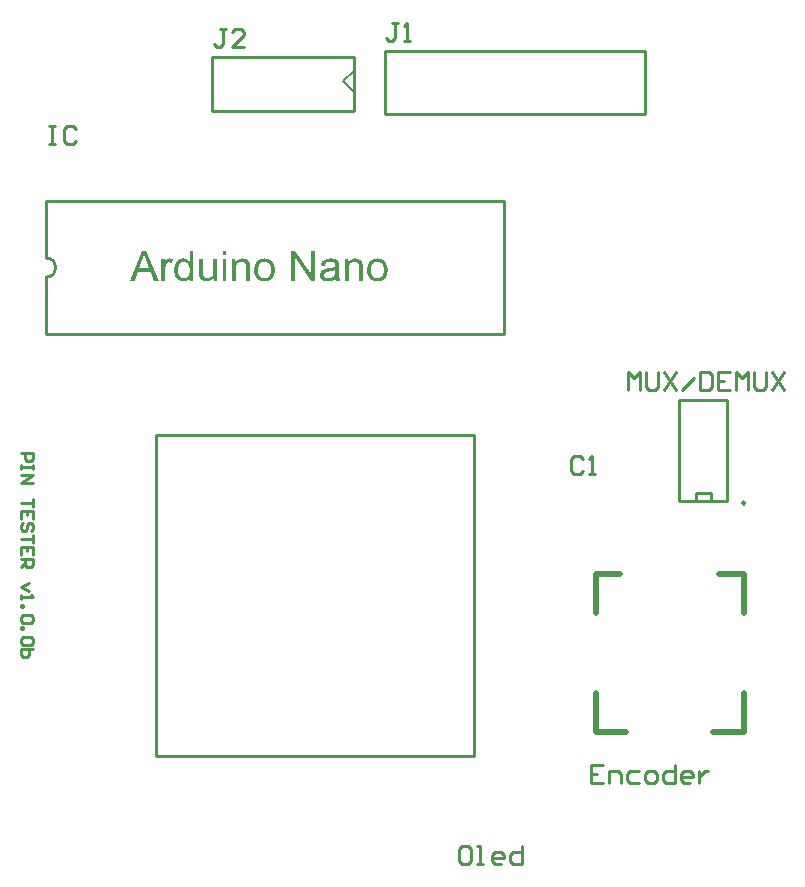
<source format=gto>
G04*
G04 #@! TF.GenerationSoftware,Altium Limited,CircuitMaker,2.2.1 (2.2.1.6)*
G04*
G04 Layer_Color=15132400*
%FSLAX25Y25*%
%MOIN*%
G70*
G04*
G04 #@! TF.SameCoordinates,14122C10-9453-4DBA-84BC-A3BC323669C7*
G04*
G04*
G04 #@! TF.FilePolarity,Positive*
G04*
G01*
G75*
%ADD10C,0.01000*%
%ADD11C,0.01968*%
%ADD12C,0.00600*%
G36*
X77574Y219175D02*
X76335D01*
Y220589D01*
X77574D01*
Y219175D01*
D02*
G37*
G36*
X66522Y210500D02*
X65371D01*
Y211419D01*
X65356Y211404D01*
X65341Y211375D01*
X65298Y211316D01*
X65239Y211244D01*
X65166Y211171D01*
X65079Y211083D01*
X64977Y210981D01*
X64846Y210879D01*
X64714Y210777D01*
X64569Y210675D01*
X64394Y210588D01*
X64204Y210515D01*
X64015Y210442D01*
X63796Y210383D01*
X63563Y210354D01*
X63315Y210340D01*
X63227D01*
X63169Y210354D01*
X62994Y210369D01*
X62790Y210398D01*
X62542Y210456D01*
X62265Y210544D01*
X61988Y210660D01*
X61711Y210821D01*
X61696D01*
X61682Y210850D01*
X61594Y210908D01*
X61463Y211025D01*
X61303Y211171D01*
X61113Y211360D01*
X60924Y211594D01*
X60734Y211856D01*
X60574Y212162D01*
Y212177D01*
X60559Y212206D01*
X60545Y212250D01*
X60515Y212308D01*
X60486Y212395D01*
X60442Y212497D01*
X60413Y212599D01*
X60384Y212731D01*
X60311Y213022D01*
X60238Y213358D01*
X60195Y213737D01*
X60180Y214145D01*
Y214160D01*
Y214189D01*
Y214247D01*
Y214335D01*
X60195Y214422D01*
Y214539D01*
X60224Y214801D01*
X60268Y215107D01*
X60340Y215443D01*
X60428Y215792D01*
X60545Y216128D01*
Y216143D01*
X60559Y216172D01*
X60588Y216215D01*
X60617Y216274D01*
X60705Y216434D01*
X60821Y216638D01*
X60967Y216857D01*
X61157Y217076D01*
X61376Y217309D01*
X61638Y217498D01*
X61653D01*
X61667Y217513D01*
X61711Y217542D01*
X61769Y217571D01*
X61915Y217644D01*
X62119Y217746D01*
X62352Y217834D01*
X62629Y217907D01*
X62936Y217965D01*
X63256Y217980D01*
X63373D01*
X63490Y217965D01*
X63650Y217950D01*
X63840Y217907D01*
X64044Y217863D01*
X64248Y217790D01*
X64437Y217688D01*
X64467Y217673D01*
X64525Y217644D01*
X64612Y217571D01*
X64729Y217498D01*
X64875Y217396D01*
X65006Y217265D01*
X65152Y217134D01*
X65283Y216973D01*
Y220589D01*
X66522D01*
Y210500D01*
D02*
G37*
G36*
X120760Y217965D02*
X120920Y217950D01*
X121110Y217921D01*
X121314Y217878D01*
X121533Y217819D01*
X121737Y217732D01*
X121766Y217717D01*
X121824Y217688D01*
X121926Y217644D01*
X122043Y217571D01*
X122189Y217484D01*
X122320Y217367D01*
X122451Y217251D01*
X122568Y217105D01*
X122582Y217090D01*
X122612Y217032D01*
X122655Y216959D01*
X122728Y216857D01*
X122786Y216711D01*
X122845Y216565D01*
X122918Y216390D01*
X122961Y216201D01*
Y216186D01*
X122976Y216128D01*
X122991Y216040D01*
X123005Y215924D01*
Y215749D01*
X123020Y215545D01*
X123034Y215297D01*
Y214991D01*
Y210500D01*
X121795D01*
Y214932D01*
Y214947D01*
Y214962D01*
Y215064D01*
Y215195D01*
X121781Y215355D01*
X121766Y215545D01*
X121737Y215734D01*
X121693Y215909D01*
X121649Y216070D01*
Y216084D01*
X121620Y216128D01*
X121576Y216201D01*
X121533Y216288D01*
X121460Y216376D01*
X121372Y216478D01*
X121256Y216580D01*
X121124Y216667D01*
X121110Y216682D01*
X121066Y216711D01*
X120979Y216740D01*
X120877Y216784D01*
X120760Y216828D01*
X120614Y216872D01*
X120439Y216886D01*
X120264Y216901D01*
X120191D01*
X120133Y216886D01*
X119987Y216872D01*
X119798Y216842D01*
X119594Y216769D01*
X119360Y216682D01*
X119127Y216565D01*
X118908Y216390D01*
X118879Y216361D01*
X118821Y216288D01*
X118777Y216230D01*
X118733Y216157D01*
X118675Y216070D01*
X118631Y215967D01*
X118573Y215851D01*
X118515Y215705D01*
X118471Y215545D01*
X118427Y215370D01*
X118398Y215180D01*
X118369Y214976D01*
X118340Y214728D01*
Y214480D01*
Y210500D01*
X117100D01*
Y217819D01*
X118208D01*
Y216769D01*
X118223Y216784D01*
X118252Y216828D01*
X118296Y216886D01*
X118354Y216959D01*
X118442Y217046D01*
X118544Y217148D01*
X118660Y217265D01*
X118806Y217382D01*
X118952Y217484D01*
X119127Y217600D01*
X119316Y217703D01*
X119521Y217790D01*
X119754Y217863D01*
X119987Y217921D01*
X120250Y217965D01*
X120527Y217980D01*
X120643D01*
X120760Y217965D01*
D02*
G37*
G36*
X83129D02*
X83289Y217950D01*
X83479Y217921D01*
X83683Y217878D01*
X83902Y217819D01*
X84106Y217732D01*
X84135Y217717D01*
X84193Y217688D01*
X84295Y217644D01*
X84412Y217571D01*
X84558Y217484D01*
X84689Y217367D01*
X84820Y217251D01*
X84937Y217105D01*
X84951Y217090D01*
X84981Y217032D01*
X85024Y216959D01*
X85097Y216857D01*
X85156Y216711D01*
X85214Y216565D01*
X85287Y216390D01*
X85330Y216201D01*
Y216186D01*
X85345Y216128D01*
X85360Y216040D01*
X85374Y215924D01*
Y215749D01*
X85389Y215545D01*
X85403Y215297D01*
Y214991D01*
Y210500D01*
X84164D01*
Y214932D01*
Y214947D01*
Y214962D01*
Y215064D01*
Y215195D01*
X84149Y215355D01*
X84135Y215545D01*
X84106Y215734D01*
X84062Y215909D01*
X84018Y216070D01*
Y216084D01*
X83989Y216128D01*
X83945Y216201D01*
X83902Y216288D01*
X83829Y216376D01*
X83741Y216478D01*
X83625Y216580D01*
X83493Y216667D01*
X83479Y216682D01*
X83435Y216711D01*
X83348Y216740D01*
X83246Y216784D01*
X83129Y216828D01*
X82983Y216872D01*
X82808Y216886D01*
X82633Y216901D01*
X82560D01*
X82502Y216886D01*
X82356Y216872D01*
X82167Y216842D01*
X81963Y216769D01*
X81729Y216682D01*
X81496Y216565D01*
X81277Y216390D01*
X81248Y216361D01*
X81190Y216288D01*
X81146Y216230D01*
X81102Y216157D01*
X81044Y216070D01*
X81000Y215967D01*
X80942Y215851D01*
X80884Y215705D01*
X80840Y215545D01*
X80796Y215370D01*
X80767Y215180D01*
X80738Y214976D01*
X80709Y214728D01*
Y214480D01*
Y210500D01*
X79469D01*
Y217819D01*
X80577D01*
Y216769D01*
X80592Y216784D01*
X80621Y216828D01*
X80665Y216886D01*
X80723Y216959D01*
X80811Y217046D01*
X80913Y217148D01*
X81029Y217265D01*
X81175Y217382D01*
X81321Y217484D01*
X81496Y217600D01*
X81686Y217703D01*
X81890Y217790D01*
X82123Y217863D01*
X82356Y217921D01*
X82619Y217965D01*
X82896Y217980D01*
X83012D01*
X83129Y217965D01*
D02*
G37*
G36*
X58868Y217965D02*
X59028Y217936D01*
X59218Y217878D01*
X59422Y217805D01*
X59655Y217703D01*
X59903Y217571D01*
X59451Y216434D01*
X59436Y216449D01*
X59378Y216478D01*
X59291Y216522D01*
X59174Y216565D01*
X59043Y216609D01*
X58882Y216653D01*
X58722Y216682D01*
X58562Y216697D01*
X58489D01*
X58416Y216682D01*
X58314Y216667D01*
X58212Y216638D01*
X58081Y216594D01*
X57949Y216536D01*
X57833Y216449D01*
X57818Y216434D01*
X57774Y216405D01*
X57731Y216347D01*
X57658Y216274D01*
X57585Y216172D01*
X57512Y216055D01*
X57439Y215924D01*
X57381Y215763D01*
X57366Y215734D01*
X57351Y215647D01*
X57322Y215515D01*
X57279Y215341D01*
X57235Y215122D01*
X57206Y214874D01*
X57191Y214612D01*
X57177Y214320D01*
Y210500D01*
X55937D01*
Y217819D01*
X57060D01*
Y216711D01*
X57074Y216726D01*
X57133Y216828D01*
X57206Y216959D01*
X57322Y217119D01*
X57439Y217280D01*
X57570Y217455D01*
X57701Y217600D01*
X57833Y217717D01*
X57847Y217732D01*
X57891Y217761D01*
X57978Y217805D01*
X58066Y217848D01*
X58183Y217892D01*
X58328Y217936D01*
X58474Y217965D01*
X58635Y217980D01*
X58737D01*
X58868Y217965D01*
D02*
G37*
G36*
X107171Y210500D02*
X105786D01*
X100508Y218417D01*
Y210500D01*
X99225D01*
Y220589D01*
X100596D01*
X105888Y212658D01*
Y220589D01*
X107171D01*
Y210500D01*
D02*
G37*
G36*
X74396D02*
X73287Y210500D01*
Y211564D01*
X73273Y211550D01*
X73244Y211506D01*
X73200Y211448D01*
X73127Y211375D01*
X73040Y211287D01*
X72938Y211171D01*
X72821Y211069D01*
X72675Y210952D01*
X72515Y210835D01*
X72340Y210733D01*
X72150Y210631D01*
X71946Y210529D01*
X71713Y210456D01*
X71479Y210398D01*
X71217Y210354D01*
X70955Y210340D01*
X70853D01*
X70721Y210354D01*
X70561Y210369D01*
X70371Y210398D01*
X70167Y210442D01*
X69963Y210500D01*
X69744Y210588D01*
X69715Y210602D01*
X69657Y210631D01*
X69555Y210689D01*
X69438Y210762D01*
X69292Y210850D01*
X69161Y210952D01*
X69030Y211069D01*
X68913Y211200D01*
X68899Y211214D01*
X68870Y211273D01*
X68826Y211346D01*
X68768Y211462D01*
X68695Y211594D01*
X68636Y211754D01*
X68578Y211929D01*
X68534Y212118D01*
Y212133D01*
X68520Y212191D01*
X68505Y212279D01*
Y212395D01*
X68491Y212570D01*
X68476Y212760D01*
X68462Y213008D01*
Y213285D01*
Y217819D01*
X69701D01*
Y213751D01*
Y213737D01*
Y213708D01*
Y213664D01*
Y213591D01*
Y213431D01*
X69715Y213227D01*
Y213008D01*
X69730Y212789D01*
X69744Y212599D01*
X69774Y212439D01*
Y212425D01*
X69803Y212366D01*
X69832Y212279D01*
X69876Y212162D01*
X69949Y212046D01*
X70036Y211914D01*
X70138Y211798D01*
X70269Y211681D01*
X70284Y211666D01*
X70342Y211637D01*
X70415Y211594D01*
X70532Y211550D01*
X70663Y211491D01*
X70823Y211448D01*
X70998Y211419D01*
X71202Y211404D01*
X71305D01*
X71407Y211419D01*
X71538Y211433D01*
X71698Y211477D01*
X71873Y211521D01*
X72063Y211594D01*
X72252Y211681D01*
X72281Y211696D01*
X72340Y211739D01*
X72427Y211798D01*
X72529Y211885D01*
X72646Y212002D01*
X72763Y212133D01*
X72865Y212279D01*
X72952Y212454D01*
X72967Y212483D01*
X72981Y212541D01*
X73010Y212658D01*
X73054Y212818D01*
X73098Y213022D01*
X73127Y213270D01*
X73142Y213562D01*
X73156Y213897D01*
Y217819D01*
X74396Y217819D01*
Y210500D01*
D02*
G37*
G36*
X112668Y217965D02*
X112887Y217950D01*
X113135Y217921D01*
X113382Y217878D01*
X113630Y217819D01*
X113864Y217746D01*
X113893Y217732D01*
X113966Y217703D01*
X114068Y217659D01*
X114199Y217600D01*
X114345Y217513D01*
X114490Y217425D01*
X114622Y217309D01*
X114738Y217192D01*
X114753Y217178D01*
X114782Y217134D01*
X114826Y217061D01*
X114884Y216973D01*
X114957Y216842D01*
X115015Y216711D01*
X115074Y216551D01*
X115118Y216361D01*
Y216347D01*
X115132Y216303D01*
X115147Y216215D01*
X115161Y216099D01*
Y215938D01*
X115176Y215749D01*
X115190Y215501D01*
Y215224D01*
Y213562D01*
Y213547D01*
Y213489D01*
Y213401D01*
Y213285D01*
Y213154D01*
Y212993D01*
X115205Y212643D01*
Y212279D01*
X115219Y211914D01*
X115234Y211754D01*
Y211608D01*
X115249Y211477D01*
X115263Y211375D01*
Y211360D01*
X115278Y211302D01*
X115292Y211214D01*
X115336Y211098D01*
X115365Y210967D01*
X115424Y210821D01*
X115497Y210660D01*
X115569Y210500D01*
X114272D01*
X114257Y210515D01*
X114243Y210573D01*
X114214Y210646D01*
X114170Y210762D01*
X114126Y210894D01*
X114097Y211054D01*
X114068Y211229D01*
X114039Y211419D01*
X114024D01*
X114009Y211389D01*
X113922Y211316D01*
X113791Y211214D01*
X113616Y211083D01*
X113397Y210952D01*
X113178Y210806D01*
X112945Y210675D01*
X112697Y210573D01*
X112668Y210558D01*
X112581Y210544D01*
X112449Y210500D01*
X112289Y210456D01*
X112085Y210413D01*
X111852Y210383D01*
X111589Y210354D01*
X111327Y210340D01*
X111210D01*
X111123Y210354D01*
X111021D01*
X110904Y210369D01*
X110641Y210413D01*
X110350Y210485D01*
X110029Y210588D01*
X109737Y210733D01*
X109475Y210923D01*
X109446Y210952D01*
X109373Y211025D01*
X109271Y211156D01*
X109154Y211331D01*
X109038Y211550D01*
X108935Y211798D01*
X108863Y212104D01*
X108848Y212250D01*
X108834Y212425D01*
Y212454D01*
Y212512D01*
X108848Y212614D01*
X108863Y212745D01*
X108892Y212906D01*
X108935Y213066D01*
X108994Y213241D01*
X109067Y213401D01*
X109081Y213416D01*
X109110Y213474D01*
X109169Y213562D01*
X109242Y213664D01*
X109329Y213780D01*
X109446Y213897D01*
X109563Y214014D01*
X109708Y214116D01*
X109723Y214130D01*
X109781Y214160D01*
X109854Y214218D01*
X109971Y214276D01*
X110102Y214335D01*
X110262Y214407D01*
X110423Y214466D01*
X110612Y214524D01*
X110627D01*
X110685Y214539D01*
X110773Y214568D01*
X110889Y214582D01*
X111035Y214612D01*
X111225Y214641D01*
X111443Y214685D01*
X111706Y214714D01*
X111720D01*
X111779Y214728D01*
X111852D01*
X111954Y214743D01*
X112070Y214757D01*
X112216Y214787D01*
X112376Y214801D01*
X112551Y214830D01*
X112901Y214903D01*
X113280Y214976D01*
X113616Y215064D01*
X113776Y215107D01*
X113922Y215151D01*
Y215166D01*
Y215195D01*
X113936Y215282D01*
Y215384D01*
Y215443D01*
Y215472D01*
Y215486D01*
Y215501D01*
Y215588D01*
X113922Y215734D01*
X113893Y215895D01*
X113849Y216070D01*
X113776Y216245D01*
X113689Y216405D01*
X113572Y216536D01*
X113557Y216551D01*
X113485Y216609D01*
X113368Y216667D01*
X113222Y216755D01*
X113018Y216828D01*
X112785Y216901D01*
X112493Y216944D01*
X112158Y216959D01*
X112012D01*
X111866Y216944D01*
X111662Y216915D01*
X111458Y216886D01*
X111239Y216828D01*
X111035Y216755D01*
X110860Y216653D01*
X110845Y216638D01*
X110787Y216595D01*
X110714Y216522D01*
X110627Y216405D01*
X110539Y216259D01*
X110437Y216070D01*
X110350Y215836D01*
X110262Y215574D01*
X109052Y215734D01*
Y215749D01*
X109067Y215763D01*
Y215807D01*
X109081Y215865D01*
X109125Y215997D01*
X109183Y216186D01*
X109256Y216376D01*
X109344Y216580D01*
X109460Y216784D01*
X109592Y216973D01*
X109606Y216988D01*
X109664Y217046D01*
X109752Y217134D01*
X109869Y217251D01*
X110029Y217367D01*
X110219Y217484D01*
X110437Y217615D01*
X110685Y217717D01*
X110700D01*
X110714Y217732D01*
X110758Y217746D01*
X110816Y217761D01*
X110962Y217805D01*
X111166Y217848D01*
X111399Y217892D01*
X111691Y217936D01*
X111997Y217965D01*
X112347Y217980D01*
X112508D01*
X112668Y217965D01*
D02*
G37*
G36*
X77574Y210500D02*
X76335D01*
Y217819D01*
X77574D01*
Y210500D01*
D02*
G37*
G36*
X55033Y210500D02*
X53517D01*
X52336Y213562D01*
X48108D01*
X47014Y210500D01*
X45600D01*
X49449Y220589D01*
X50907D01*
X55033Y210500D01*
D02*
G37*
G36*
X128152Y217965D02*
X128283Y217950D01*
X128429Y217921D01*
X128589Y217892D01*
X128779Y217863D01*
X129173Y217732D01*
X129377Y217659D01*
X129581Y217557D01*
X129785Y217455D01*
X129989Y217309D01*
X130179Y217163D01*
X130368Y216988D01*
X130383Y216973D01*
X130412Y216944D01*
X130456Y216886D01*
X130514Y216813D01*
X130587Y216711D01*
X130674Y216580D01*
X130762Y216434D01*
X130849Y216274D01*
X130937Y216099D01*
X131024Y215880D01*
X131112Y215661D01*
X131185Y215413D01*
X131243Y215151D01*
X131287Y214874D01*
X131316Y214582D01*
X131330Y214262D01*
Y214247D01*
Y214203D01*
Y214130D01*
Y214028D01*
X131316Y213912D01*
X131301Y213766D01*
Y213620D01*
X131272Y213460D01*
X131228Y213095D01*
X131141Y212731D01*
X131039Y212366D01*
X130893Y212031D01*
Y212016D01*
X130878Y212002D01*
X130849Y211958D01*
X130820Y211900D01*
X130718Y211754D01*
X130587Y211579D01*
X130412Y211375D01*
X130193Y211171D01*
X129945Y210967D01*
X129654Y210777D01*
X129639D01*
X129624Y210762D01*
X129581Y210733D01*
X129508Y210704D01*
X129435Y210675D01*
X129348Y210646D01*
X129129Y210558D01*
X128881Y210485D01*
X128575Y210413D01*
X128254Y210354D01*
X127904Y210340D01*
X127758D01*
X127642Y210354D01*
X127510Y210369D01*
X127365Y210398D01*
X127190Y210427D01*
X127015Y210456D01*
X126621Y210573D01*
X126402Y210660D01*
X126198Y210748D01*
X125994Y210864D01*
X125790Y210996D01*
X125601Y211141D01*
X125411Y211316D01*
X125396Y211331D01*
X125367Y211360D01*
X125323Y211419D01*
X125265Y211506D01*
X125192Y211608D01*
X125119Y211725D01*
X125032Y211871D01*
X124944Y212046D01*
X124857Y212235D01*
X124769Y212454D01*
X124697Y212687D01*
X124624Y212935D01*
X124565Y213212D01*
X124522Y213504D01*
X124492Y213824D01*
X124478Y214160D01*
Y214189D01*
Y214247D01*
X124492Y214349D01*
Y214495D01*
X124507Y214655D01*
X124536Y214859D01*
X124565Y215064D01*
X124624Y215297D01*
X124682Y215530D01*
X124755Y215778D01*
X124842Y216040D01*
X124959Y216288D01*
X125076Y216522D01*
X125236Y216755D01*
X125396Y216973D01*
X125601Y217163D01*
X125615Y217178D01*
X125644Y217192D01*
X125703Y217236D01*
X125775Y217294D01*
X125863Y217353D01*
X125979Y217425D01*
X126096Y217498D01*
X126242Y217571D01*
X126402Y217644D01*
X126577Y217717D01*
X126971Y217848D01*
X127423Y217950D01*
X127656Y217965D01*
X127904Y217980D01*
X128050D01*
X128152Y217965D01*
D02*
G37*
G36*
X90521D02*
X90652Y217950D01*
X90798Y217921D01*
X90958Y217892D01*
X91148Y217863D01*
X91542Y217732D01*
X91746Y217659D01*
X91950Y217557D01*
X92154Y217455D01*
X92358Y217309D01*
X92548Y217163D01*
X92737Y216988D01*
X92752Y216973D01*
X92781Y216944D01*
X92825Y216886D01*
X92883Y216813D01*
X92956Y216711D01*
X93043Y216580D01*
X93131Y216434D01*
X93218Y216274D01*
X93306Y216099D01*
X93393Y215880D01*
X93481Y215661D01*
X93554Y215413D01*
X93612Y215151D01*
X93656Y214874D01*
X93685Y214582D01*
X93699Y214262D01*
Y214247D01*
Y214203D01*
Y214130D01*
Y214028D01*
X93685Y213912D01*
X93670Y213766D01*
Y213620D01*
X93641Y213460D01*
X93597Y213095D01*
X93510Y212731D01*
X93408Y212366D01*
X93262Y212031D01*
Y212016D01*
X93247Y212002D01*
X93218Y211958D01*
X93189Y211900D01*
X93087Y211754D01*
X92956Y211579D01*
X92781Y211375D01*
X92562Y211171D01*
X92314Y210967D01*
X92023Y210777D01*
X92008D01*
X91994Y210762D01*
X91950Y210733D01*
X91877Y210704D01*
X91804Y210675D01*
X91716Y210646D01*
X91498Y210558D01*
X91250Y210485D01*
X90944Y210413D01*
X90623Y210354D01*
X90273Y210340D01*
X90127D01*
X90011Y210354D01*
X89880Y210369D01*
X89734Y210398D01*
X89559Y210427D01*
X89384Y210456D01*
X88990Y210573D01*
X88771Y210660D01*
X88567Y210748D01*
X88363Y210864D01*
X88159Y210996D01*
X87969Y211141D01*
X87780Y211316D01*
X87765Y211331D01*
X87736Y211360D01*
X87692Y211419D01*
X87634Y211506D01*
X87561Y211608D01*
X87488Y211725D01*
X87401Y211871D01*
X87313Y212046D01*
X87226Y212235D01*
X87138Y212454D01*
X87066Y212687D01*
X86993Y212935D01*
X86934Y213212D01*
X86891Y213504D01*
X86861Y213824D01*
X86847Y214160D01*
Y214189D01*
Y214247D01*
X86861Y214349D01*
Y214495D01*
X86876Y214655D01*
X86905Y214859D01*
X86934Y215064D01*
X86993Y215297D01*
X87051Y215530D01*
X87124Y215778D01*
X87211Y216040D01*
X87328Y216288D01*
X87445Y216522D01*
X87605Y216755D01*
X87765Y216973D01*
X87969Y217163D01*
X87984Y217178D01*
X88013Y217192D01*
X88072Y217236D01*
X88144Y217294D01*
X88232Y217353D01*
X88349Y217425D01*
X88465Y217498D01*
X88611Y217571D01*
X88771Y217644D01*
X88946Y217717D01*
X89340Y217848D01*
X89792Y217950D01*
X90025Y217965D01*
X90273Y217980D01*
X90419D01*
X90521Y217965D01*
D02*
G37*
%LPC*%
G36*
X63388Y216959D02*
X63315D01*
X63256Y216944D01*
X63096Y216930D01*
X62906Y216872D01*
X62688Y216799D01*
X62454Y216667D01*
X62221Y216507D01*
X62105Y216390D01*
X62002Y216274D01*
Y216259D01*
X61973Y216245D01*
X61959Y216201D01*
X61915Y216143D01*
X61871Y216070D01*
X61827Y215982D01*
X61784Y215880D01*
X61725Y215763D01*
X61667Y215618D01*
X61623Y215457D01*
X61580Y215282D01*
X61536Y215093D01*
X61507Y214889D01*
X61478Y214655D01*
X61449Y214407D01*
Y214145D01*
Y214130D01*
Y214087D01*
Y214014D01*
X61463Y213912D01*
Y213795D01*
X61478Y213664D01*
X61521Y213358D01*
X61594Y213022D01*
X61696Y212672D01*
X61842Y212337D01*
X61930Y212191D01*
X62032Y212046D01*
X62046D01*
X62061Y212016D01*
X62134Y211943D01*
X62265Y211827D01*
X62425Y211710D01*
X62629Y211579D01*
X62877Y211462D01*
X63140Y211389D01*
X63286Y211375D01*
X63431Y211360D01*
X63504D01*
X63563Y211375D01*
X63723Y211389D01*
X63912Y211448D01*
X64131Y211521D01*
X64364Y211637D01*
X64598Y211798D01*
X64714Y211900D01*
X64816Y212016D01*
Y212031D01*
X64846Y212046D01*
X64875Y212089D01*
X64904Y212147D01*
X64948Y212220D01*
X65006Y212293D01*
X65050Y212410D01*
X65108Y212527D01*
X65166Y212658D01*
X65210Y212804D01*
X65268Y212979D01*
X65312Y213154D01*
X65341Y213358D01*
X65371Y213562D01*
X65400Y213795D01*
Y214043D01*
Y214057D01*
Y214116D01*
Y214189D01*
X65385Y214291D01*
Y214407D01*
X65371Y214553D01*
X65356Y214714D01*
X65327Y214889D01*
X65254Y215238D01*
X65152Y215603D01*
X65006Y215953D01*
X64919Y216099D01*
X64816Y216245D01*
Y216259D01*
X64787Y216274D01*
X64714Y216361D01*
X64583Y216478D01*
X64423Y216609D01*
X64219Y216740D01*
X63971Y216842D01*
X63694Y216930D01*
X63548Y216944D01*
X63388Y216959D01*
D02*
G37*
G36*
X113936Y214174D02*
X113922D01*
X113907Y214160D01*
X113864Y214145D01*
X113805Y214130D01*
X113732Y214101D01*
X113645Y214072D01*
X113543Y214043D01*
X113426Y214014D01*
X113295Y213970D01*
X113135Y213941D01*
X112974Y213897D01*
X112785Y213853D01*
X112581Y213810D01*
X112376Y213766D01*
X112143Y213737D01*
X111895Y213693D01*
X111866D01*
X111779Y213679D01*
X111633Y213649D01*
X111472Y213620D01*
X111298Y213591D01*
X111123Y213547D01*
X110962Y213504D01*
X110816Y213445D01*
X110802D01*
X110758Y213416D01*
X110700Y213387D01*
X110641Y213343D01*
X110466Y213227D01*
X110321Y213052D01*
Y213037D01*
X110292Y213008D01*
X110277Y212949D01*
X110248Y212877D01*
X110219Y212789D01*
X110189Y212702D01*
X110175Y212585D01*
X110160Y212468D01*
Y212454D01*
Y212381D01*
X110175Y212293D01*
X110204Y212177D01*
X110248Y212046D01*
X110321Y211914D01*
X110408Y211769D01*
X110525Y211637D01*
X110539Y211623D01*
X110598Y211594D01*
X110685Y211535D01*
X110802Y211477D01*
X110962Y211419D01*
X111152Y211360D01*
X111370Y211331D01*
X111633Y211316D01*
X111749D01*
X111895Y211331D01*
X112056Y211360D01*
X112260Y211389D01*
X112464Y211448D01*
X112683Y211521D01*
X112901Y211623D01*
X112930Y211637D01*
X112989Y211681D01*
X113091Y211754D01*
X113207Y211856D01*
X113339Y211973D01*
X113485Y212118D01*
X113601Y212293D01*
X113718Y212483D01*
X113732Y212497D01*
X113747Y212556D01*
X113776Y212658D01*
X113820Y212789D01*
X113864Y212964D01*
X113893Y213168D01*
X113907Y213416D01*
X113922Y213708D01*
X113936Y214174D01*
D02*
G37*
G36*
X50149Y219540D02*
Y219525D01*
X50134Y219496D01*
Y219438D01*
X50105Y219379D01*
X50091Y219277D01*
X50062Y219175D01*
X50003Y218927D01*
X49930Y218636D01*
X49828Y218315D01*
X49726Y217965D01*
X49595Y217600D01*
X48501Y214655D01*
X51913D01*
X50863Y217425D01*
Y217440D01*
X50849Y217484D01*
X50820Y217557D01*
X50791Y217644D01*
X50747Y217746D01*
X50703Y217878D01*
X50659Y218023D01*
X50601Y218169D01*
X50484Y218504D01*
X50368Y218854D01*
X50251Y219204D01*
X50149Y219540D01*
D02*
G37*
G36*
X127904Y216959D02*
X127817D01*
X127744Y216944D01*
X127583Y216930D01*
X127365Y216872D01*
X127117Y216784D01*
X126854Y216667D01*
X126607Y216492D01*
X126475Y216376D01*
X126359Y216259D01*
Y216245D01*
X126330Y216230D01*
X126300Y216186D01*
X126257Y216128D01*
X126213Y216055D01*
X126169Y215967D01*
X126111Y215851D01*
X126052Y215734D01*
X125994Y215588D01*
X125936Y215443D01*
X125892Y215268D01*
X125848Y215078D01*
X125805Y214874D01*
X125775Y214655D01*
X125761Y214407D01*
X125746Y214160D01*
Y214145D01*
Y214101D01*
Y214028D01*
X125761Y213926D01*
Y213810D01*
X125775Y213679D01*
X125819Y213372D01*
X125892Y213022D01*
X126009Y212672D01*
X126154Y212337D01*
X126257Y212191D01*
X126359Y212046D01*
X126373D01*
X126388Y212016D01*
X126475Y211943D01*
X126607Y211827D01*
X126781Y211710D01*
X127000Y211579D01*
X127263Y211462D01*
X127569Y211389D01*
X127729Y211375D01*
X127904Y211360D01*
X127992D01*
X128065Y211375D01*
X128225Y211404D01*
X128444Y211448D01*
X128677Y211535D01*
X128939Y211652D01*
X129187Y211827D01*
X129318Y211943D01*
X129435Y212060D01*
X129450Y212075D01*
X129464Y212089D01*
X129493Y212133D01*
X129537Y212191D01*
X129581Y212264D01*
X129639Y212352D01*
X129698Y212468D01*
X129756Y212585D01*
X129814Y212731D01*
X129858Y212891D01*
X129916Y213066D01*
X129960Y213256D01*
X130004Y213474D01*
X130033Y213693D01*
X130062Y213941D01*
Y214203D01*
Y214218D01*
Y214262D01*
Y214335D01*
X130047Y214422D01*
Y214539D01*
X130033Y214670D01*
X129989Y214976D01*
X129916Y215297D01*
X129799Y215647D01*
X129639Y215967D01*
X129552Y216128D01*
X129435Y216259D01*
Y216274D01*
X129406Y216288D01*
X129318Y216376D01*
X129187Y216478D01*
X129012Y216609D01*
X128794Y216740D01*
X128531Y216857D01*
X128240Y216930D01*
X128079Y216944D01*
X127904Y216959D01*
D02*
G37*
G36*
X90273D02*
X90186D01*
X90113Y216944D01*
X89952Y216930D01*
X89734Y216872D01*
X89486Y216784D01*
X89223Y216667D01*
X88976Y216492D01*
X88844Y216376D01*
X88728Y216259D01*
Y216245D01*
X88699Y216230D01*
X88669Y216186D01*
X88626Y216128D01*
X88582Y216055D01*
X88538Y215967D01*
X88480Y215851D01*
X88421Y215734D01*
X88363Y215588D01*
X88305Y215443D01*
X88261Y215268D01*
X88217Y215078D01*
X88174Y214874D01*
X88144Y214655D01*
X88130Y214407D01*
X88115Y214160D01*
Y214145D01*
Y214101D01*
Y214028D01*
X88130Y213926D01*
Y213810D01*
X88144Y213679D01*
X88188Y213372D01*
X88261Y213022D01*
X88378Y212672D01*
X88524Y212337D01*
X88626Y212191D01*
X88728Y212046D01*
X88742D01*
X88757Y212016D01*
X88844Y211943D01*
X88976Y211827D01*
X89151Y211710D01*
X89369Y211579D01*
X89632Y211462D01*
X89938Y211389D01*
X90098Y211375D01*
X90273Y211360D01*
X90361D01*
X90434Y211375D01*
X90594Y211404D01*
X90813Y211448D01*
X91046Y211535D01*
X91308Y211652D01*
X91556Y211827D01*
X91687Y211943D01*
X91804Y212060D01*
X91819Y212075D01*
X91833Y212089D01*
X91862Y212133D01*
X91906Y212191D01*
X91950Y212264D01*
X92008Y212352D01*
X92067Y212468D01*
X92125Y212585D01*
X92183Y212731D01*
X92227Y212891D01*
X92285Y213066D01*
X92329Y213256D01*
X92373Y213474D01*
X92402Y213693D01*
X92431Y213941D01*
Y214203D01*
Y214218D01*
Y214262D01*
Y214335D01*
X92416Y214422D01*
Y214539D01*
X92402Y214670D01*
X92358Y214976D01*
X92285Y215297D01*
X92168Y215647D01*
X92008Y215967D01*
X91921Y216128D01*
X91804Y216259D01*
Y216274D01*
X91775Y216288D01*
X91687Y216376D01*
X91556Y216478D01*
X91381Y216609D01*
X91163Y216740D01*
X90900Y216857D01*
X90609Y216930D01*
X90448Y216944D01*
X90273Y216959D01*
D02*
G37*
%LPD*%
D10*
X17588Y211772D02*
G03*
X17588Y218071I0J3150D01*
G01*
X250500Y136500D02*
G03*
X250500Y136500I-500J0D01*
G01*
X17588Y236968D02*
X169950D01*
X17588Y192874D02*
X169950D01*
Y236968D01*
X17588Y218071D02*
Y236968D01*
Y192874D02*
Y211772D01*
X130366Y266276D02*
X216980D01*
X130366D02*
Y287142D01*
X216980D01*
Y266276D02*
Y287142D01*
X228500Y137225D02*
X244500D01*
X228500D02*
Y170726D01*
X244500D01*
Y137225D02*
Y170726D01*
X239000Y137225D02*
Y139825D01*
X234000D02*
X239000D01*
X234000Y137225D02*
Y139825D01*
X54118Y159000D02*
X160118D01*
Y52000D02*
Y159000D01*
X54118Y52000D02*
X160118D01*
X54118D02*
Y159000D01*
X72878Y267000D02*
X120122D01*
X72878D02*
Y285000D01*
X120122D01*
Y267000D02*
Y285000D01*
X9000Y153000D02*
X12999D01*
Y151001D01*
X12332Y150334D01*
X10999D01*
X10333Y151001D01*
Y153000D01*
X12999Y149001D02*
Y147668D01*
Y148335D01*
X9000D01*
Y149001D01*
Y147668D01*
Y145669D02*
X12999D01*
X9000Y143003D01*
X12999D01*
Y137672D02*
Y135006D01*
Y136339D01*
X9000D01*
X12999Y131007D02*
Y133673D01*
X9000D01*
Y131007D01*
X10999Y133673D02*
Y132340D01*
X12332Y127008D02*
X12999Y127675D01*
Y129008D01*
X12332Y129674D01*
X11666D01*
X10999Y129008D01*
Y127675D01*
X10333Y127008D01*
X9667D01*
X9000Y127675D01*
Y129008D01*
X9667Y129674D01*
X12999Y125675D02*
Y123010D01*
Y124343D01*
X9000D01*
X12999Y119011D02*
Y121677D01*
X9000D01*
Y119011D01*
X10999Y121677D02*
Y120344D01*
X9000Y117678D02*
X12999D01*
Y115679D01*
X12332Y115012D01*
X10999D01*
X10333Y115679D01*
Y117678D01*
Y116345D02*
X9000Y115012D01*
X11666Y109681D02*
X9000Y108348D01*
X11666Y107015D01*
X9000Y105682D02*
Y104349D01*
Y105016D01*
X12999D01*
X12332Y105682D01*
X9000Y102350D02*
X9667D01*
Y101683D01*
X9000D01*
Y102350D01*
X12332Y99017D02*
X12999Y98351D01*
Y97018D01*
X12332Y96352D01*
X9667D01*
X9000Y97018D01*
Y98351D01*
X9667Y99017D01*
X12332D01*
X9000Y95019D02*
X9667D01*
Y94352D01*
X9000D01*
Y95019D01*
X12332Y91686D02*
X12999Y91020D01*
Y89687D01*
X12332Y89021D01*
X9667D01*
X9000Y89687D01*
Y91020D01*
X9667Y91686D01*
X12332D01*
X12999Y87688D02*
X9000D01*
Y85688D01*
X9667Y85022D01*
X10333D01*
X10999D01*
X11666Y85688D01*
Y87688D01*
X211508Y174001D02*
Y179999D01*
X213508Y178000D01*
X215507Y179999D01*
Y174001D01*
X217507Y179999D02*
Y175001D01*
X218506Y174001D01*
X220505D01*
X221505Y175001D01*
Y179999D01*
X223504D02*
X227503Y174001D01*
Y179999D02*
X223504Y174001D01*
X229503D02*
X233501Y178000D01*
X235501Y179999D02*
Y174001D01*
X238500D01*
X239499Y175001D01*
Y178999D01*
X238500Y179999D01*
X235501D01*
X245497D02*
X241499D01*
Y174001D01*
X245497D01*
X241499Y177000D02*
X243498D01*
X247497Y174001D02*
Y179999D01*
X249496Y178000D01*
X251496Y179999D01*
Y174001D01*
X253495Y179999D02*
Y175001D01*
X254495Y174001D01*
X256494D01*
X257493Y175001D01*
Y179999D01*
X259493D02*
X263492Y174001D01*
Y179999D02*
X259493Y174001D01*
X158002Y21999D02*
X156003D01*
X155003Y20999D01*
Y17001D01*
X156003Y16001D01*
X158002D01*
X159002Y17001D01*
Y20999D01*
X158002Y21999D01*
X161002Y16001D02*
X163001D01*
X162001D01*
Y21999D01*
X161002D01*
X168999Y16001D02*
X166999D01*
X166000Y17001D01*
Y19000D01*
X166999Y20000D01*
X168999D01*
X169999Y19000D01*
Y18000D01*
X166000D01*
X175997Y21999D02*
Y16001D01*
X172998D01*
X171998Y17001D01*
Y19000D01*
X172998Y20000D01*
X175997D01*
X77399Y294498D02*
X75399D01*
X76399D01*
Y289500D01*
X75399Y288500D01*
X74400D01*
X73400Y289500D01*
X83397Y288500D02*
X79398D01*
X83397Y292499D01*
Y293498D01*
X82397Y294498D01*
X80398D01*
X79398Y293498D01*
X134899Y296598D02*
X132899D01*
X133899D01*
Y291600D01*
X132899Y290600D01*
X131900D01*
X130900Y291600D01*
X136898Y290600D02*
X138897D01*
X137898D01*
Y296598D01*
X136898Y295598D01*
X18501Y261999D02*
X20501D01*
X19501D01*
Y256001D01*
X18501D01*
X20501D01*
X27499Y260999D02*
X26499Y261999D01*
X24499D01*
X23500Y260999D01*
Y257001D01*
X24499Y256001D01*
X26499D01*
X27499Y257001D01*
X202985Y49078D02*
X198987D01*
Y43080D01*
X202985D01*
X198987Y46079D02*
X200986D01*
X204985Y43080D02*
Y47078D01*
X207984D01*
X208983Y46079D01*
Y43080D01*
X214982Y47078D02*
X211982D01*
X210983Y46079D01*
Y44079D01*
X211982Y43080D01*
X214982D01*
X217981D02*
X219980D01*
X220979Y44079D01*
Y46079D01*
X219980Y47078D01*
X217981D01*
X216981Y46079D01*
Y44079D01*
X217981Y43080D01*
X226978Y49078D02*
Y43080D01*
X223978D01*
X222979Y44079D01*
Y46079D01*
X223978Y47078D01*
X226978D01*
X231976Y43080D02*
X229977D01*
X228977Y44079D01*
Y46079D01*
X229977Y47078D01*
X231976D01*
X232976Y46079D01*
Y45079D01*
X228977D01*
X234975Y47078D02*
Y43080D01*
Y45079D01*
X235975Y46079D01*
X236974Y47078D01*
X237974D01*
X196500Y150999D02*
X195500Y151999D01*
X193501D01*
X192501Y150999D01*
Y147001D01*
X193501Y146001D01*
X195500D01*
X196500Y147001D01*
X198499Y146001D02*
X200499D01*
X199499D01*
Y151999D01*
X198499Y150999D01*
D11*
X239910Y60063D02*
X249949D01*
X200736D02*
X210776D01*
X249949Y99630D02*
Y112819D01*
Y60063D02*
Y73252D01*
X200736Y99630D02*
Y112819D01*
Y60063D02*
Y73252D01*
X241878Y112819D02*
X249949D01*
X200736D02*
X208807D01*
D12*
X116500Y277000D02*
X120061Y280561D01*
X116500Y277000D02*
X120000Y273500D01*
X120122D01*
M02*

</source>
